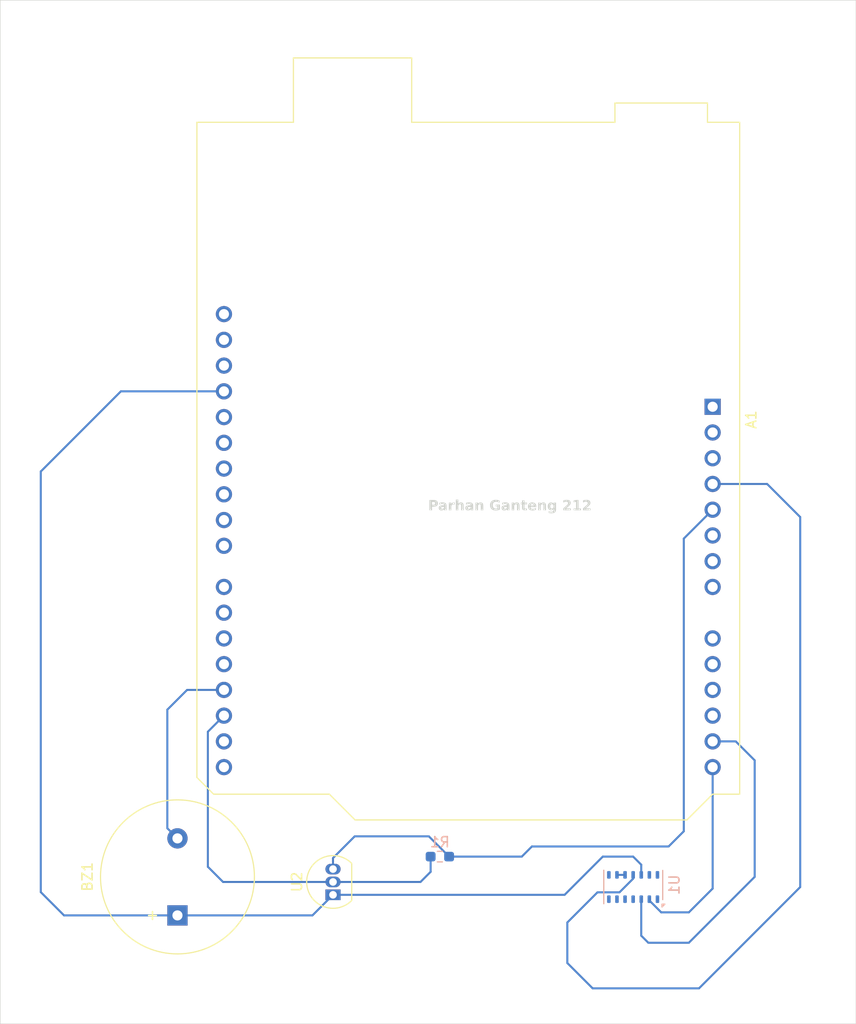
<source format=kicad_pcb>
(kicad_pcb (version 20241229) (generator "pcbnew") (generator_version "9.0")
  (layers (0 "F.Cu" signal) (2 "B.Cu" signal) (13 "F.Paste" user) (15 "B.Paste" user) (5 "F.SilkS" user "F.Silkscreen") (7 "B.SilkS" user "B.Silkscreen") (1 "F.Mask" user) (3 "B.Mask" user) (25 "Edge.Cuts" user))
  (net 0 "")
  (net 6 "Net-(U1-SDA)")
  (net 8 "Net-(A1-+5V)")
  (net 13 "Net-(A1-D3)")
  (net 20 "Net-(BZ1-+)")
  (net 24 "Net-(A1-D2)")
  (net 25 "Net-(U1-SCL)")
  (net 29 "Net-(A1-3V3)")
  (net 36 "Net-(U1-VLED+-Pad10)")
  (footprint "Package_TO_SOT_THT:TO-92_Inline" (layer "F.Cu") (at 132.86 113.27 90)
    (property "Reference" "U2" (at 1.27 -3.56 90) (layer "F.SilkS"))
    (property "Value" "DS18B20")
    (fp_line (start -0.53 1.85) (end 3.07 1.85) (stroke (width 0.12)) (layer "F.SilkS"))
    (fp_arc (start 1.27 -2.6) (mid 3.672087 -0.994977) (end 3.108478 1.838478) (stroke (width 0.12)) (layer "F.SilkS"))
    (fp_arc (start -0.568478 1.838478) (mid -1.132087 -0.994977) (end 1.27 -2.6) (stroke (width 0.12)) (layer "F.SilkS"))
    (pad "1" thru_hole rect (at 0 0 90) (size 1.05 1.5) (drill 0.75) (layers "*.Cu" "*.Mask") (net 20 "Net-(BZ1-+)"))
    (pad "2" thru_hole oval (at 1.27 0 90) (size 1.05 1.5) (drill 0.75) (layers "*.Cu" "*.Mask") (net 24 "Net-(A1-D2)"))
    (pad "3" thru_hole oval (at 2.54 0 90) (size 1.05 1.5) (drill 0.75) (layers "*.Cu" "*.Mask") (net 8 "Net-(A1-+5V)"))
  )
  (footprint "Module:Arduino_UNO_R3" (layer "F.Cu") (at 170.35 65.11 -90)
    (property "Reference" "A1" (at 1.27 -3.81 90) (layer "F.SilkS"))
    (property "Value" "Arduino_UNO_R3")
    (fp_line (start -28.07 50.93) (end 36.58 50.93) (stroke (width 0.12)) (layer "F.SilkS"))
    (fp_line (start 36.58 50.93) (end 38.23 49.28) (stroke (width 0.12)) (layer "F.SilkS"))
    (fp_line (start 38.23 49.28) (end 38.23 37.85) (stroke (width 0.12)) (layer "F.SilkS"))
    (fp_line (start -34.42 41.4) (end -28.07 41.4) (stroke (width 0.12)) (layer "F.SilkS"))
    (fp_line (start -28.07 41.4) (end -28.07 50.93) (stroke (width 0.12)) (layer "F.SilkS"))
    (fp_line (start 38.23 37.85) (end 40.77 35.31) (stroke (width 0.12)) (layer "F.SilkS"))
    (fp_line (start 40.77 35.31) (end 40.77 2.54) (stroke (width 0.12)) (layer "F.SilkS"))
    (fp_line (start -34.42 29.72) (end -34.42 41.4) (stroke (width 0.12)) (layer "F.SilkS"))
    (fp_line (start -28.07 29.72) (end -34.42 29.72) (stroke (width 0.12)) (layer "F.SilkS"))
    (fp_line (start -29.97 9.65) (end -28.07 9.65) (stroke (width 0.12)) (layer "F.SilkS"))
    (fp_line (start -28.07 9.65) (end -28.07 29.72) (stroke (width 0.12)) (layer "F.SilkS"))
    (fp_line (start 40.77 2.54) (end 38.23 0) (stroke (width 0.12)) (layer "F.SilkS"))
    (fp_line (start -29.97 0.51) (end -29.97 9.65) (stroke (width 0.12)) (layer "F.SilkS"))
    (fp_line (start -28.07 0.51) (end -29.97 0.51) (stroke (width 0.12)) (layer "F.SilkS"))
    (fp_line (start 38.23 0) (end 38.23 -2.67) (stroke (width 0.12)) (layer "F.SilkS"))
    (fp_line (start -28.07 -2.67) (end -28.07 0.51) (stroke (width 0.12)) (layer "F.SilkS"))
    (fp_line (start 38.23 -2.67) (end -28.07 -2.67) (stroke (width 0.12)) (layer "F.SilkS"))
    (pad "1" thru_hole rect (at 0 0) (size 1.6 1.6) (drill 1) (layers "*.Cu" "*.Mask"))
    (pad "2" thru_hole oval (at 2.54 0) (size 1.6 1.6) (drill 1) (layers "*.Cu" "*.Mask"))
    (pad "3" thru_hole oval (at 5.08 0) (size 1.6 1.6) (drill 1) (layers "*.Cu" "*.Mask"))
    (pad "4" thru_hole oval (at 7.62 0) (size 1.6 1.6) (drill 1) (layers "*.Cu" "*.Mask") (net 29 "Net-(A1-3V3)"))
    (pad "5" thru_hole oval (at 10.16 0) (size 1.6 1.6) (drill 1) (layers "*.Cu" "*.Mask") (net 8 "Net-(A1-+5V)"))
    (pad "6" thru_hole oval (at 12.7 0) (size 1.6 1.6) (drill 1) (layers "*.Cu" "*.Mask"))
    (pad "7" thru_hole oval (at 15.24 0) (size 1.6 1.6) (drill 1) (layers "*.Cu" "*.Mask"))
    (pad "8" thru_hole oval (at 17.78 0) (size 1.6 1.6) (drill 1) (layers "*.Cu" "*.Mask"))
    (pad "9" thru_hole oval (at 22.86 0) (size 1.6 1.6) (drill 1) (layers "*.Cu" "*.Mask"))
    (pad "10" thru_hole oval (at 25.4 0) (size 1.6 1.6) (drill 1) (layers "*.Cu" "*.Mask"))
    (pad "11" thru_hole oval (at 27.94 0) (size 1.6 1.6) (drill 1) (layers "*.Cu" "*.Mask"))
    (pad "12" thru_hole oval (at 30.48 0) (size 1.6 1.6) (drill 1) (layers "*.Cu" "*.Mask"))
    (pad "13" thru_hole oval (at 33.02 0) (size 1.6 1.6) (drill 1) (layers "*.Cu" "*.Mask") (net 6 "Net-(U1-SDA)"))
    (pad "14" thru_hole oval (at 35.56 0) (size 1.6 1.6) (drill 1) (layers "*.Cu" "*.Mask") (net 25 "Net-(U1-SCL)"))
    (pad "15" thru_hole oval (at 35.56 48.26) (size 1.6 1.6) (drill 1) (layers "*.Cu" "*.Mask"))
    (pad "16" thru_hole oval (at 33.02 48.26) (size 1.6 1.6) (drill 1) (layers "*.Cu" "*.Mask"))
    (pad "17" thru_hole oval (at 30.48 48.26) (size 1.6 1.6) (drill 1) (layers "*.Cu" "*.Mask") (net 24 "Net-(A1-D2)"))
    (pad "18" thru_hole oval (at 27.94 48.26) (size 1.6 1.6) (drill 1) (layers "*.Cu" "*.Mask") (net 13 "Net-(A1-D3)"))
    (pad "19" thru_hole oval (at 25.4 48.26) (size 1.6 1.6) (drill 1) (layers "*.Cu" "*.Mask"))
    (pad "20" thru_hole oval (at 22.86 48.26) (size 1.6 1.6) (drill 1) (layers "*.Cu" "*.Mask"))
    (pad "21" thru_hole oval (at 20.32 48.26) (size 1.6 1.6) (drill 1) (layers "*.Cu" "*.Mask"))
    (pad "22" thru_hole oval (at 17.78 48.26) (size 1.6 1.6) (drill 1) (layers "*.Cu" "*.Mask"))
    (pad "23" thru_hole oval (at 13.72 48.26) (size 1.6 1.6) (drill 1) (layers "*.Cu" "*.Mask"))
    (pad "24" thru_hole oval (at 11.18 48.26) (size 1.6 1.6) (drill 1) (layers "*.Cu" "*.Mask"))
    (pad "25" thru_hole oval (at 8.64 48.26) (size 1.6 1.6) (drill 1) (layers "*.Cu" "*.Mask"))
    (pad "26" thru_hole oval (at 6.1 48.26) (size 1.6 1.6) (drill 1) (layers "*.Cu" "*.Mask"))
    (pad "27" thru_hole oval (at 3.56 48.26) (size 1.6 1.6) (drill 1) (layers "*.Cu" "*.Mask"))
    (pad "28" thru_hole oval (at 1.02 48.26) (size 1.6 1.6) (drill 1) (layers "*.Cu" "*.Mask"))
    (pad "29" thru_hole oval (at -1.52 48.26) (size 1.6 1.6) (drill 1) (layers "*.Cu" "*.Mask") (net 20 "Net-(BZ1-+)"))
    (pad "30" thru_hole oval (at -4.06 48.26) (size 1.6 1.6) (drill 1) (layers "*.Cu" "*.Mask"))
    (pad "31" thru_hole oval (at -6.6 48.26) (size 1.6 1.6) (drill 1) (layers "*.Cu" "*.Mask"))
    (pad "32" thru_hole oval (at -9.14 48.26) (size 1.6 1.6) (drill 1) (layers "*.Cu" "*.Mask"))
  )
  (footprint "Buzzer_Beeper:Buzzer_15x7.5RM7.6" (layer "F.Cu") (at 117.5 115.3 90)
    (property "Reference" "BZ1" (at 3.81 -8.89 90) (layer "F.SilkS"))
    (property "Value" "Buzzer")
    (fp_circle (center 3.8 0) (end 11.4 0) (stroke (width 0.12)) (fill no) (layer "F.SilkS"))
    (fp_text user "+" (at -0.01 -2.54 90) (layer "F.SilkS"))
    (pad "1" thru_hole rect (at 0 0 90) (size 2 2) (drill 1) (layers "*.Cu" "*.Mask") (net 20 "Net-(BZ1-+)"))
    (pad "2" thru_hole circle (at 7.6 0 90) (size 2 2) (drill 1) (layers "*.Cu" "*.Mask") (net 13 "Net-(A1-D3)"))
  )
  (footprint "Resistor_SMD:R_0603_1608Metric_Pad0.98x0.95mm_HandSolder" (layer "B.Cu") (at 143.4125 109.5 180)
    (property "Reference" "R1" (at 0 1.43 0) (layer "B.SilkS") (effects (justify mirror)))
    (property "Value" "4.7K")
    (fp_line (start -0.254724 0.5225) (end 0.254724 0.5225) (stroke (width 0.12)) (layer "B.SilkS"))
    (fp_line (start -0.254724 -0.5225) (end 0.254724 -0.5225) (stroke (width 0.12)) (layer "B.SilkS"))
    (pad "1" smd roundrect (at -0.9125 0 180) (size 0.975 0.95) (layers "B.Cu" "B.Mask" "B.Paste") (net 8 "Net-(A1-+5V)"))
    (pad "2" smd roundrect (at 0.9125 0 180) (size 0.975 0.95) (layers "B.Cu" "B.Mask" "B.Paste") (net 24 "Net-(A1-D2)"))
  )
  (footprint "OptoDevice:Maxim_OLGA-14_3.3x5.6mm_P0.8mm" (layer "B.Cu") (at 162.5 112.5 90)
    (property "Reference" "U1" (at 0.22 4.07 90) (layer "B.SilkS") (effects (justify mirror)))
    (property "Value" "MAX30102")
    (fp_line (start 1.66 -2.9) (end -1.65 -2.9) (stroke (width 0.12)) (layer "B.SilkS"))
    (fp_line (start -1.25 2.92) (end 1.64 2.92) (stroke (width 0.12)) (layer "B.SilkS"))
    (fp_poly (pts (xy -1.69 2.85) (xy -1.97 2.85) (xy -1.69 3.13) (xy -1.69 2.85)) (stroke (width 0.12)) (fill yes) (layer "B.SilkS"))
    (pad "1" smd roundrect (at -1.2 2.4 90) (size 0.75 0.35) (layers "B.Cu" "B.Mask" "B.Paste"))
    (pad "2" smd roundrect (at -1.2 1.6 90) (size 0.75 0.35) (layers "B.Cu" "B.Mask" "B.Paste") (net 25 "Net-(U1-SCL)"))
    (pad "3" smd roundrect (at -1.2 0.8 90) (size 0.75 0.35) (layers "B.Cu" "B.Mask" "B.Paste") (net 6 "Net-(U1-SDA)"))
    (pad "4" smd roundrect (at -1.2 0 90) (size 0.75 0.35) (layers "B.Cu" "B.Mask" "B.Paste"))
    (pad "5" smd roundrect (at -1.2 -0.8 90) (size 0.75 0.35) (layers "B.Cu" "B.Mask" "B.Paste"))
    (pad "6" smd roundrect (at -1.2 -1.6 90) (size 0.75 0.35) (layers "B.Cu" "B.Mask" "B.Paste"))
    (pad "7" smd roundrect (at -1.2 -2.4 90) (size 0.75 0.35) (layers "B.Cu" "B.Mask" "B.Paste"))
    (pad "8" smd roundrect (at 1.2 -2.4 90) (size 0.75 0.35) (layers "B.Cu" "B.Mask" "B.Paste"))
    (pad "9" smd roundrect (at 1.2 -1.6 90) (size 0.75 0.35) (layers "B.Cu" "B.Mask" "B.Paste") (net 36 "Net-(U1-VLED+-Pad10)"))
    (pad "10" smd roundrect (at 1.2 -0.8 90) (size 0.75 0.35) (layers "B.Cu" "B.Mask" "B.Paste") (net 36 "Net-(U1-VLED+-Pad10)"))
    (pad "11" smd roundrect (at 1.2 0 90) (size 0.75 0.35) (layers "B.Cu" "B.Mask" "B.Paste") (net 29 "Net-(A1-3V3)"))
    (pad "12" smd roundrect (at 1.2 0.8 90) (size 0.75 0.35) (layers "B.Cu" "B.Mask" "B.Paste") (net 20 "Net-(BZ1-+)"))
    (pad "13" smd roundrect (at 1.2 1.6 90) (size 0.75 0.35) (layers "B.Cu" "B.Mask" "B.Paste"))
    (pad "14" smd roundrect (at 1.2 2.4 90) (size 0.75 0.35) (layers "B.Cu" "B.Mask" "B.Paste"))
  )
  (gr_rect (start 100 25) (end 184.5 126) (stroke (width 0.05)) (fill no) (layer "Edge.Cuts"))
  (gr_text "Parhan Ganteng 212" (at 142.25 75.5 0) (layer "Edge.Cuts") (effects (font (size 1 1)) (justify left bottom)))
  (segment (start 170.35 98.13) (end 170.37 98.13) (width 0.2) (layer "F.Cu") (net 6))
  (segment (start 170.37 98.13) (end 170.5 98) (width 0.2) (layer "F.Cu") (net 6))
  (segment (start 164 118) (end 168 118) (width 0.2) (layer "B.Cu") (net 6))
  (segment (start 172.63 98.13) (end 170.35 98.13) (width 0.2) (layer "B.Cu") (net 6))
  (segment (start 163.3 117.3) (end 164 118) (width 0.2) (layer "B.Cu") (net 6))
  (segment (start 163.3 113.7) (end 163.3 117.3) (width 0.2) (layer "B.Cu") (net 6))
  (segment (start 174.5 111.5) (end 174.5 100) (width 0.2) (layer "B.Cu") (net 6))
  (segment (start 174.5 100) (end 172.63 98.13) (width 0.2) (layer "B.Cu") (net 6))
  (segment (start 168 118) (end 174.5 111.5) (width 0.2) (layer "B.Cu") (net 6))
  (segment (start 132.86 109.64) (end 135 107.5) (width 0.2) (layer "B.Cu") (net 8))
  (segment (start 132.86 110.73) (end 132.86 109.64) (width 0.2) (layer "B.Cu") (net 8))
  (segment (start 151.5 109.5) (end 144.325 109.5) (width 0.2) (layer "B.Cu") (net 8))
  (segment (start 135 107.5) (end 142.325 107.5) (width 0.2) (layer "B.Cu") (net 8))
  (segment (start 170.35 75.27) (end 167.5 78.12) (width 0.2) (layer "B.Cu") (net 8))
  (segment (start 142.325 107.5) (end 144.325 109.5) (width 0.2) (layer "B.Cu") (net 8))
  (segment (start 152.5 108.5) (end 151.5 109.5) (width 0.2) (layer "B.Cu") (net 8))
  (segment (start 132.86 110.73) (end 132.27 110.73) (width 0.2) (layer "B.Cu") (net 8))
  (segment (start 167.5 78.12) (end 167.5 107) (width 0.2) (layer "B.Cu") (net 8))
  (segment (start 167.5 107) (end 166 108.5) (width 0.2) (layer "B.Cu") (net 8))
  (segment (start 166 108.5) (end 152.5 108.5) (width 0.2) (layer "B.Cu") (net 8))
  (segment (start 116.5 95) (end 118.45 93.05) (width 0.2) (layer "B.Cu") (net 13))
  (segment (start 118.45 93.05) (end 122.09 93.05) (width 0.2) (layer "B.Cu") (net 13))
  (segment (start 117.5 107.7) (end 116.5 106.7) (width 0.2) (layer "B.Cu") (net 13))
  (segment (start 116.5 106.7) (end 116.5 95) (width 0.2) (layer "B.Cu") (net 13))
  (segment (start 132.86 113.27) (end 132.93 113.2) (width 0.2) (layer "F.Cu") (net 20))
  (segment (start 104 113) (end 104 71.5) (width 0.2) (layer "B.Cu") (net 20))
  (segment (start 163.3 110.3) (end 163.3 111.3) (width 0.2) (layer "B.Cu") (net 20))
  (segment (start 117.5 115.3) (end 106.3 115.3) (width 0.2) (layer "B.Cu") (net 20))
  (segment (start 133 113.41) (end 133 113.5) (width 0.2) (layer "B.Cu") (net 20))
  (segment (start 130.83 115.3) (end 132.86 113.27) (width 0.2) (layer "B.Cu") (net 20))
  (segment (start 117.5 115.3) (end 130.83 115.3) (width 0.2) (layer "B.Cu") (net 20))
  (segment (start 133 113.41) (end 132.86 113.27) (width 0.2) (layer "B.Cu") (net 20))
  (segment (start 132.86 113.27) (end 155.73 113.27) (width 0.2) (layer "B.Cu") (net 20))
  (segment (start 104 71.5) (end 111.91 63.59) (width 0.2) (layer "B.Cu") (net 20))
  (segment (start 111.91 63.59) (end 122.09 63.59) (width 0.2) (layer "B.Cu") (net 20))
  (segment (start 162.5 109.5) (end 163.3 110.3) (width 0.2) (layer "B.Cu") (net 20))
  (segment (start 106.3 115.3) (end 104 113) (width 0.2) (layer "B.Cu") (net 20))
  (segment (start 155.73 113.27) (end 159.5 109.5) (width 0.2) (layer "B.Cu") (net 20))
  (segment (start 159.5 109.5) (end 162.5 109.5) (width 0.2) (layer "B.Cu") (net 20))
  (segment (start 122.09 95.59) (end 120.5 97.18) (width 0.2) (layer "B.Cu") (net 24))
  (segment (start 132.86 112) (end 141.5 112) (width 0.2) (layer "B.Cu") (net 24))
  (segment (start 141.5 112) (end 142.5 111) (width 0.2) (layer "B.Cu") (net 24))
  (segment (start 122 112) (end 132.86 112) (width 0.2) (layer "B.Cu") (net 24))
  (segment (start 142.5 111) (end 142.5 109.5) (width 0.2) (layer "B.Cu") (net 24))
  (segment (start 120.5 97.18) (end 120.5 110.5) (width 0.2) (layer "B.Cu") (net 24))
  (segment (start 120.5 110.5) (end 122 112) (width 0.2) (layer "B.Cu") (net 24))
  (segment (start 165.273152 115) (end 164.1 113.826848) (width 0.2) (layer "B.Cu") (net 25))
  (segment (start 170.35 112.65) (end 170.35 100.67) (width 0.2) (layer "B.Cu") (net 25))
  (segment (start 164.1 113.826848) (end 164.1 113.7) (width 0.2) (layer "B.Cu") (net 25))
  (segment (start 168 115) (end 165.273152 115) (width 0.2) (layer "B.Cu") (net 25))
  (segment (start 168 115) (end 170.35 112.65) (width 0.2) (layer "B.Cu") (net 25))
  (segment (start 158.5 122.5) (end 169 122.5) (width 0.2) (layer "B.Cu") (net 29))
  (segment (start 162.5 111.3) (end 162.5 111.674999) (width 0.2) (layer "B.Cu") (net 29))
  (segment (start 179 76) (end 175.73 72.73) (width 0.2) (layer "B.Cu") (net 29))
  (segment (start 175.73 72.73) (end 170.35 72.73) (width 0.2) (layer "B.Cu") (net 29))
  (segment (start 179 112.5) (end 179 76) (width 0.2) (layer "B.Cu") (net 29))
  (segment (start 156 120) (end 158.5 122.5) (width 0.2) (layer "B.Cu") (net 29))
  (segment (start 162.5 111.674999) (end 161.150999 113.024) (width 0.2) (layer "B.Cu") (net 29))
  (segment (start 156 116) (end 156 120) (width 0.2) (layer "B.Cu") (net 29))
  (segment (start 169 122.5) (end 179 112.5) (width 0.2) (layer "B.Cu") (net 29))
  (segment (start 161.150999 113.024) (end 158.976 113.024) (width 0.2) (layer "B.Cu") (net 29))
  (segment (start 158.976 113.024) (end 156 116) (width 0.2) (layer "B.Cu") (net 29))
  (segment (start 160.9 111.3) (end 161.7 111.3) (width 0.2) (layer "B.Cu") (net 36))
)
</source>
